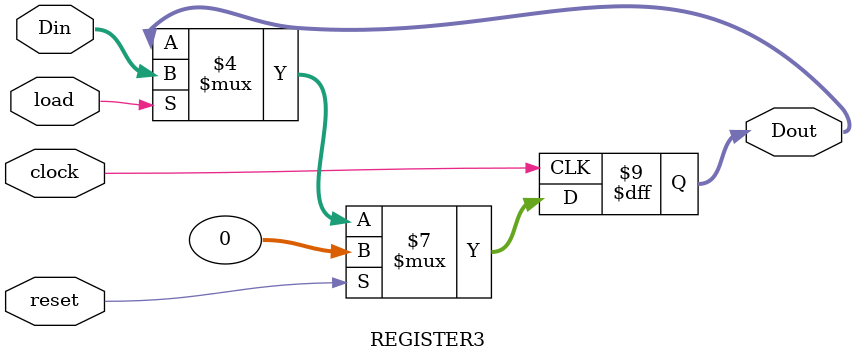
<source format=v>
module REGISTER3 (Din, load, clock, reset, Dout);
parameter N = 32;
input clock;
input reset;
input load;
input [N-1:0] Din;
output [N-1:0] Dout;

reg [N-1:0] Dout;

always@(posedge clock)
	if (reset == 1) begin
		Dout <= 0;
		end
		
	else if(load == 1) begin
		Dout <= Din;
	end
	
endmodule

</source>
